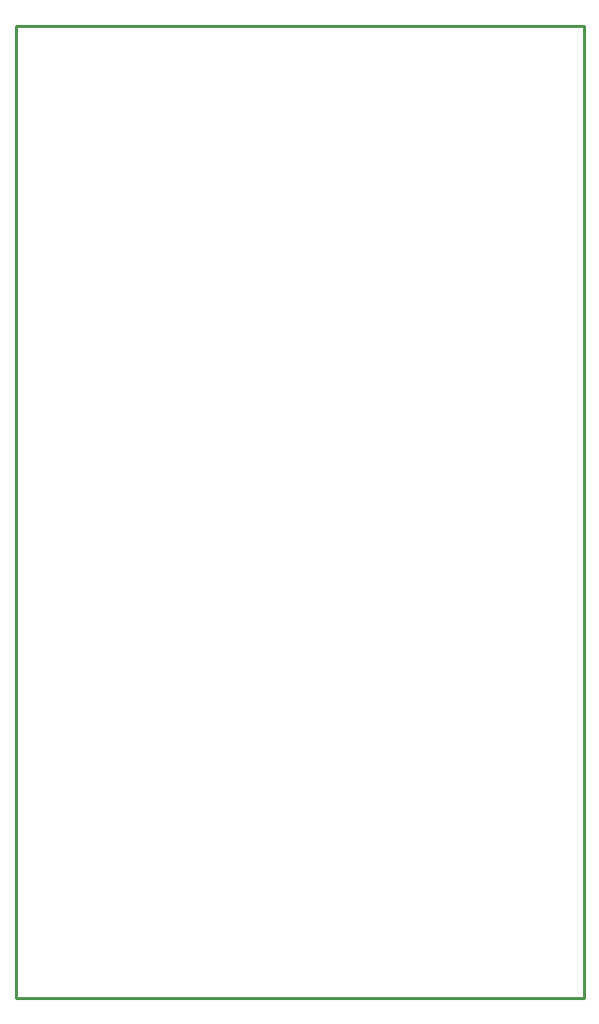
<source format=gbr>
G04 start of page 4 for group 2 idx 2 *
G04 Title: (unknown), outline *
G04 Creator: pcb 20140316 *
G04 CreationDate: Wed 08 Jun 2016 07:53:43 PM GMT UTC *
G04 For: ndholmes *
G04 Format: Gerber/RS-274X *
G04 PCB-Dimensions (mil): 1900.00 3250.00 *
G04 PCB-Coordinate-Origin: lower left *
%MOIN*%
%FSLAX25Y25*%
%LNOUTLINE*%
%ADD42C,0.0100*%
G54D42*X0Y325000D02*X190000D01*
Y0D01*
X0D01*
Y325000D01*
M02*

</source>
